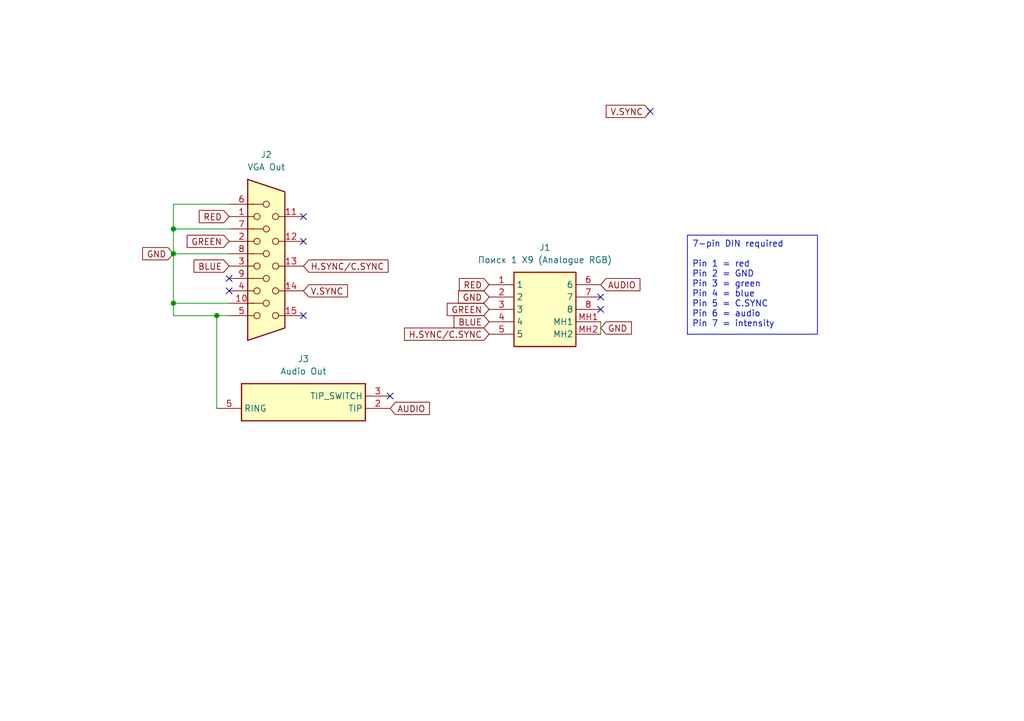
<source format=kicad_sch>
(kicad_sch (version 20250114) (generator "eeschema") (generator_version "9.0")
  (paper "A5")
  (title_block (title "Поиск 1 RGB DIN to VGA") (date "20/NOV/2025") (rev "A") (company "Brett Hallen") (comment 1 "www.youtube.com/@Brfff"))
  (lib_symbols
    (symbol "Clueless_Engineer:671-0801"
      (property "Reference" "J" (at 19.05 7.62 0))
      (property "Value" "671-0801" (at 19.05 5.08 0))
      (symbol "671-0801_1_1"
        (rectangle (start 5.08 2.54) (end 17.78 -12.7) (stroke (width 0.254)) (fill (type background)))
        (pin passive line (at 0 0 0) (length 5.08) (name "1") (number "1"))
        (pin passive line (at 0 -2.54 0) (length 5.08) (name "2") (number "2"))
        (pin passive line (at 0 -5.08 0) (length 5.08) (name "3") (number "3"))
        (pin passive line (at 0 -7.62 0) (length 5.08) (name "4") (number "4"))
        (pin passive line (at 0 -10.16 0) (length 5.08) (name "5") (number "5"))
        (pin passive line (at 22.86 0 180) (length 5.08) (name "6") (number "6"))
        (pin passive line (at 22.86 -2.54 180) (length 5.08) (name "7") (number "7"))
        (pin passive line (at 22.86 -5.08 180) (length 5.08) (name "8") (number "8"))
        (pin passive line (at 22.86 -7.62 180) (length 5.08) (name "MH1") (number "MH1"))
        (pin passive line (at 22.86 -10.16 180) (length 5.08) (name "MH2") (number "MH2"))
      )
    )
    (symbol "Clueless_Engineer:SJ3-350820B-TR"
      (property "Reference" "J" (at 31.75 7.62 0))
      (property "Value" "SJ3-350820B-TR" (at 31.75 5.08 0))
      (symbol "SJ3-350820B-TR_1_1"
        (rectangle (start 5.08 2.54) (end 30.48 -5.08) (stroke (width 0.254)) (fill (type background)))
        (pin passive line (at 0 0 0) (length 5.08) (name "TIP") (number "2"))
        (pin passive line (at 0 -2.54 0) (length 5.08) (name "TIP_SWITCH") (number "3"))
        (pin passive line (at 35.56 0 180) (length 5.08) (name "RING") (number "5"))
      )
    )
    (symbol "Connector:DE15_Socket_HighDensity" (pin_names (offset 1.016) (hide yes))
      (property "Reference" "J" (at 0 21.59 0))
      (property "Value" "DE15_Socket_HighDensity" (at 0 19.05 0))
      (symbol "DE15_Socket_HighDensity_0_1"
        (polyline (pts (xy -3.81 17.78) (xy -3.81 -15.24) (xy 3.81 -12.7) (xy 3.81 15.24) (xy -3.81 17.78)) (stroke (width 0.254)) (fill (type background)))
        (polyline (pts (xy -3.175 7.62) (xy -0.635 7.62)))
        (circle (center -1.905 10.16) (radius 0.635))
        (circle (center -1.905 5.08) (radius 0.635))
        (circle (center -1.905 0) (radius 0.635))
        (circle (center -1.905 -5.08) (radius 0.635))
        (circle (center -1.905 -10.16) (radius 0.635))
        (polyline (pts (xy -0.635 12.7) (xy -3.175 12.7)))
        (polyline (pts (xy -0.635 2.54) (xy -3.175 2.54)))
        (polyline (pts (xy -0.635 -2.54) (xy -3.175 -2.54)))
        (polyline (pts (xy -0.635 -7.62) (xy -3.175 -7.62)))
        (circle (center 0 12.7) (radius 0.635))
        (circle (center 0 7.62) (radius 0.635))
        (circle (center 0 2.54) (radius 0.635))
        (circle (center 0 -2.54) (radius 0.635))
        (circle (center 0 -7.62) (radius 0.635))
        (circle (center 1.905 10.16) (radius 0.635))
        (circle (center 1.905 5.08) (radius 0.635))
        (circle (center 1.905 0) (radius 0.635))
        (circle (center 1.905 -5.08) (radius 0.635))
        (circle (center 1.905 -10.16) (radius 0.635))
      )
      (symbol "DE15_Socket_HighDensity_1_1"
        (pin passive line (at -7.62 12.7 0) (length 5.08) (name "~") (number "6"))
        (pin passive line (at -7.62 10.16 0) (length 5.08) (name "~") (number "1"))
        (pin passive line (at -7.62 7.62 0) (length 5.08) (name "~") (number "7"))
        (pin passive line (at -7.62 5.08 0) (length 5.08) (name "~") (number "2"))
        (pin passive line (at -7.62 2.54 0) (length 5.08) (name "~") (number "8"))
        (pin passive line (at -7.62 0 0) (length 5.08) (name "~") (number "3"))
        (pin passive line (at -7.62 -2.54 0) (length 5.08) (name "~") (number "9"))
        (pin passive line (at -7.62 -5.08 0) (length 5.08) (name "~") (number "4"))
        (pin passive line (at -7.62 -7.62 0) (length 5.08) (name "~") (number "10"))
        (pin passive line (at -7.62 -10.16 0) (length 5.08) (name "~") (number "5"))
        (pin passive line (at 7.62 10.16 180) (length 5.08) (name "~") (number "11"))
        (pin passive line (at 7.62 5.08 180) (length 5.08) (name "~") (number "12"))
        (pin passive line (at 7.62 0 180) (length 5.08) (name "~") (number "13"))
        (pin passive line (at 7.62 -5.08 180) (length 5.08) (name "~") (number "14"))
        (pin passive line (at 7.62 -10.16 180) (length 5.08) (name "~") (number "15"))
      )
    )
  )
  (text_box "7-pin DIN required\n\nPin 1 = red\nPin 2 = GND\nPin 3 = green\nPin 4 = blue\nPin 5 = C.SYNC\nPin 6 = audio\nPin 7 = intensity" (at 140.97 48.26 0) (size 26.67 20.32) (margins 0.9525 0.9525 0.9525 0.9525) (effects (font (size 1.27 1.27)) (justify left top)))
  (junction (at 35.56 52.07))
  (junction (at 35.56 46.99))
  (junction (at 35.56 62.23))
  (junction (at 44.45 64.77))
  (no_connect (at 62.23 64.77))
  (no_connect (at 62.23 49.53))
  (no_connect (at 123.19 60.96))
  (no_connect (at 46.99 59.69))
  (no_connect (at 123.19 63.5))
  (no_connect (at 80.01 81.28))
  (no_connect (at 62.23 44.45))
  (no_connect (at 46.99 57.15))
  (no_connect (at 133.35 22.86))
  (wire (pts (xy 35.56 62.23) (xy 46.99 62.23)))
  (wire (pts (xy 35.56 52.07) (xy 35.56 62.23)))
  (wire (pts (xy 35.56 41.91) (xy 46.99 41.91)))
  (wire (pts (xy 46.99 64.77) (xy 44.45 64.77)))
  (wire (pts (xy 44.45 64.77) (xy 35.56 64.77)))
  (wire (pts (xy 35.56 52.07) (xy 46.99 52.07)))
  (wire (pts (xy 123.19 66.04) (xy 123.19 68.58)))
  (wire (pts (xy 35.56 52.07) (xy 35.56 46.99)))
  (wire (pts (xy 35.56 64.77) (xy 35.56 62.23)))
  (wire (pts (xy 35.56 46.99) (xy 35.56 41.91)))
  (wire (pts (xy 35.56 46.99) (xy 46.99 46.99)))
  (wire (pts (xy 44.45 64.77) (xy 44.45 83.82)))
  (global_label "BLUE" (shape input) (at 46.99 54.61 180) (property "Intersheetrefs" "${INTERSHEET_REFS}" (effects (hide yes))))
  (global_label "GND" (shape input) (at 35.56 52.07 180) (property "Intersheetrefs" "${INTERSHEET_REFS}" (effects (hide yes))))
  (global_label "AUDIO" (shape input) (at 80.01 83.82 0) (property "Intersheetrefs" "${INTERSHEET_REFS}" (effects (hide yes))))
  (global_label "BLUE" (shape input) (at 100.33 66.04 180) (property "Intersheetrefs" "${INTERSHEET_REFS}" (effects (hide yes))))
  (global_label "GREEN" (shape input) (at 46.99 49.53 180) (property "Intersheetrefs" "${INTERSHEET_REFS}" (effects (hide yes))))
  (global_label "AUDIO" (shape input) (at 123.19 58.42 0) (property "Intersheetrefs" "${INTERSHEET_REFS}" (effects (hide yes))))
  (global_label "RED" (shape input) (at 46.99 44.45 180) (property "Intersheetrefs" "${INTERSHEET_REFS}" (effects (hide yes))))
  (global_label "V.SYNC" (shape input) (at 133.35 22.86 180) (property "Intersheetrefs" "${INTERSHEET_REFS}" (effects (hide yes))))
  (global_label "RED" (shape input) (at 100.33 58.42 180) (property "Intersheetrefs" "${INTERSHEET_REFS}" (effects (hide yes))))
  (global_label "GND" (shape input) (at 100.33 60.96 180) (property "Intersheetrefs" "${INTERSHEET_REFS}" (effects (hide yes))))
  (global_label "H.SYNC{slash}C.SYNC" (shape input) (at 100.33 68.58 180) (property "Intersheetrefs" "${INTERSHEET_REFS}" (effects (hide yes))))
  (global_label "GREEN" (shape input) (at 100.33 63.5 180) (property "Intersheetrefs" "${INTERSHEET_REFS}" (effects (hide yes))))
  (global_label "GND" (shape input) (at 123.19 67.31 0) (property "Intersheetrefs" "${INTERSHEET_REFS}" (effects (hide yes))))
  (global_label "H.SYNC{slash}C.SYNC" (shape input) (at 62.23 54.61 0) (property "Intersheetrefs" "${INTERSHEET_REFS}" (effects (hide yes))))
  (global_label "V.SYNC" (shape input) (at 62.23 59.69 0) (property "Intersheetrefs" "${INTERSHEET_REFS}" (effects (hide yes))))
  (symbol (lib_id "Clueless_Engineer:671-0801") (at 100.33 58.42 0) (unit 1)
    (property "Reference" "J1" (at 111.76 50.8 0))
    (property "Value" "Поиск 1 X9 (Analogue RGB)" (at 111.76 53.34 0))
    (property "Footprint" "Clueless_Engineer:6710801" (effects (hide yes)))
    (property "Datasheet" "https://www.mouser.co.uk/datasheet/2/458/deltron-671-0401-4-way-din-socket-data-1859903.pdf" (effects (hide yes)))
    (property "Description" "Deltron 8 Pole Right Angle Din Socket Socket, 2A, 100 V ac, Lockable" (effects (hide yes)))
    (property "Height" "19.5" (effects (hide yes)))
    (property "Manufacturer_Name" "DELTRON COMPONENTS" (effects (hide yes)))
    (property "Manufacturer_Part_Number" "671-0801" (effects (hide yes)))
  )
  (symbol (lib_id "Connector:DE15_Socket_HighDensity") (at 54.61 54.61 0) (unit 1)
    (property "Reference" "J2" (at 54.61 31.75 0))
    (property "Value" "VGA Out" (at 54.61 34.29 0))
    (property "Footprint" "Connector_Dsub:DSUB-15-HD_Socket_Horizontal_P2.29x2.54mm_EdgePinOffset8.35mm_Housed_MountingHolesOffset10.89mm" (effects (hide yes)))
    (property "Description" "15-pin D-SUB connector, socket (female), High density (3 columns), Triple Row, Generic, VGA-connector" (effects (hide yes)))
  )
  (symbol (lib_id "Clueless_Engineer:SJ3-350820B-TR") (at 80.01 83.82 180) (unit 1)
    (property "Reference" "J3" (at 62.23 73.66 0))
    (property "Value" "Audio Out" (at 62.23 76.2 0))
    (property "Footprint" "Clueless_Engineer:SJ3350820BTR" (effects (hide yes)))
    (property "Datasheet" "https://www.sameskydevices.com/product/resource/supplyframepdf/sj3-3508x.pdf" (effects (hide yes)))
    (property "Description" "3.5 mm Stereo Jack, Through Hole, 2 Conductors, 1 Internal Switches,  Tape & Reel Packaging" (effects (hide yes)))
    (property "Height" "5.3" (effects (hide yes)))
    (property "Mouser Part Number" "179-SJ3-350820B-TR" (effects (hide yes)))
    (property "Mouser Price/Stock" "https://www.mouser.co.uk/ProductDetail/Same-Sky/SJ3-350820B-TR?qs=IKkN%2F947nfBCsohFK16iQg%3D%3D" (effects (hide yes)))
    (property "Manufacturer_Name" "Same Sky" (effects (hide yes)))
    (property "Manufacturer_Part_Number" "SJ3-350820B-TR" (effects (hide yes)))
  )
)
</source>
